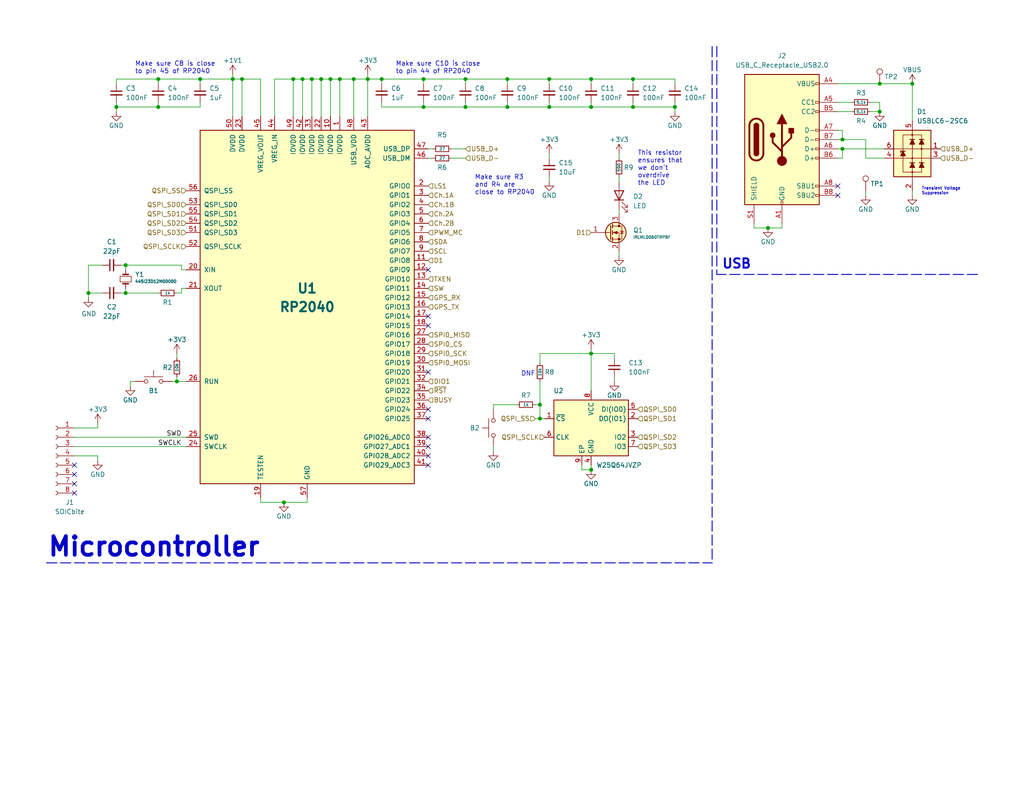
<source format=kicad_sch>
(kicad_sch (version 20230121) (generator eeschema)
  (paper "USLetter")
  (title_block (date "2023-10-18"))
  (lib_symbols
    (symbol "Connector:Conn_01x08_Female" (pin_names (offset 1.016) hide)
      (property "Reference" "J" (at 0 10.16 0))
      (property "Value" "Conn_01x08_Female" (at 0 -12.7 0))
      (symbol "Conn_01x08_Female_1_1"
        (arc (start 0 -9.652) (mid -0.5058 -10.16) (end 0 -10.668) (stroke (width 0.1524)))
        (arc (start 0 -7.112) (mid -0.5058 -7.62) (end 0 -8.128) (stroke (width 0.1524)))
        (arc (start 0 -4.572) (mid -0.5058 -5.08) (end 0 -5.588) (stroke (width 0.1524)))
        (arc (start 0 -2.032) (mid -0.5058 -2.54) (end 0 -3.048) (stroke (width 0.1524)))
        (polyline (pts (xy -1.27 -10.16) (xy -0.508 -10.16)) (stroke (width 0.1524)))
        (polyline (pts (xy -1.27 -7.62) (xy -0.508 -7.62)) (stroke (width 0.1524)))
        (polyline (pts (xy -1.27 -5.08) (xy -0.508 -5.08)) (stroke (width 0.1524)))
        (polyline (pts (xy -1.27 -2.54) (xy -0.508 -2.54)) (stroke (width 0.1524)))
        (polyline (pts (xy -1.27 0) (xy -0.508 0)) (stroke (width 0.1524)))
        (polyline (pts (xy -1.27 2.54) (xy -0.508 2.54)) (stroke (width 0.1524)))
        (polyline (pts (xy -1.27 5.08) (xy -0.508 5.08)) (stroke (width 0.1524)))
        (polyline (pts (xy -1.27 7.62) (xy -0.508 7.62)) (stroke (width 0.1524)))
        (arc (start 0 0.508) (mid -0.5058 0) (end 0 -0.508) (stroke (width 0.1524)))
        (arc (start 0 3.048) (mid -0.5058 2.54) (end 0 2.032) (stroke (width 0.1524)))
        (arc (start 0 5.588) (mid -0.5058 5.08) (end 0 4.572) (stroke (width 0.1524)))
        (arc (start 0 8.128) (mid -0.5058 7.62) (end 0 7.112) (stroke (width 0.1524)))
        (pin passive line (at -5.08 7.62 0) (length 3.81) (name "Pin_1") (number "1"))
        (pin passive line (at -5.08 5.08 0) (length 3.81) (name "Pin_2") (number "2"))
        (pin passive line (at -5.08 2.54 0) (length 3.81) (name "Pin_3") (number "3"))
        (pin passive line (at -5.08 0 0) (length 3.81) (name "Pin_4") (number "4"))
        (pin passive line (at -5.08 -2.54 0) (length 3.81) (name "Pin_5") (number "5"))
        (pin passive line (at -5.08 -5.08 0) (length 3.81) (name "Pin_6") (number "6"))
        (pin passive line (at -5.08 -7.62 0) (length 3.81) (name "Pin_7") (number "7"))
        (pin passive line (at -5.08 -10.16 0) (length 3.81) (name "Pin_8") (number "8"))
      )
    )
    (symbol "Connector:TestPoint" (pin_numbers hide) (pin_names (offset 0.762) hide)
      (property "Reference" "TP" (at 0 6.858 0))
      (property "Value" "TestPoint" (at 0 5.08 0))
      (symbol "TestPoint_0_1"
        (circle (center 0 3.302) (radius 0.762))
      )
      (symbol "TestPoint_1_1"
        (pin passive line (at 0 0 90) (length 2.54) (name "1") (number "1"))
      )
    )
    (symbol "Connector:USB_C_Receptacle_USB2.0" (pin_names (offset 1.016))
      (property "Reference" "J" (at -10.16 19.05 0))
      (property "Value" "USB_C_Receptacle_USB2.0" (at 19.05 19.05 0))
      (symbol "USB_C_Receptacle_USB2.0_0_0"
        (rectangle (start -0.254 -17.78) (end 0.254 -16.764))
        (rectangle (start 10.16 -14.986) (end 9.144 -15.494))
        (rectangle (start 10.16 -12.446) (end 9.144 -12.954))
        (rectangle (start 10.16 -4.826) (end 9.144 -5.334))
        (rectangle (start 10.16 -2.286) (end 9.144 -2.794))
        (rectangle (start 10.16 0.254) (end 9.144 -0.254))
        (rectangle (start 10.16 2.794) (end 9.144 2.286))
        (rectangle (start 10.16 7.874) (end 9.144 7.366))
        (rectangle (start 10.16 10.414) (end 9.144 9.906))
        (rectangle (start 10.16 15.494) (end 9.144 14.986))
      )
      (symbol "USB_C_Receptacle_USB2.0_0_1"
        (rectangle (start -10.16 17.78) (end 10.16 -17.78) (stroke (width 0.254)) (fill (type background)))
        (arc (start -8.89 -3.81) (mid -6.985 -5.7067) (end -5.08 -3.81) (stroke (width 0.508)))
        (arc (start -7.62 -3.81) (mid -6.985 -4.4423) (end -6.35 -3.81) (stroke (width 0.254)))
        (arc (start -7.62 -3.81) (mid -6.985 -4.4423) (end -6.35 -3.81) (stroke (width 0.254)) (fill (type outline)))
        (rectangle (start -7.62 -3.81) (end -6.35 3.81) (stroke (width 0.254)) (fill (type outline)))
        (arc (start -6.35 3.81) (mid -6.985 4.4423) (end -7.62 3.81) (stroke (width 0.254)))
        (arc (start -6.35 3.81) (mid -6.985 4.4423) (end -7.62 3.81) (stroke (width 0.254)) (fill (type outline)))
        (arc (start -5.08 3.81) (mid -6.985 5.7067) (end -8.89 3.81) (stroke (width 0.508)))
        (circle (center -2.54 1.143) (radius 0.635) (stroke (width 0.254)) (fill (type outline)))
        (circle (center 0 -5.842) (radius 1.27) (fill (type outline)))
        (polyline (pts (xy -8.89 -3.81) (xy -8.89 3.81)) (stroke (width 0.508)))
        (polyline (pts (xy -5.08 3.81) (xy -5.08 -3.81)) (stroke (width 0.508)))
        (polyline (pts (xy 0 -5.842) (xy 0 4.318)) (stroke (width 0.508)))
        (polyline (pts (xy 0 -3.302) (xy -2.54 -0.762) (xy -2.54 0.508)) (stroke (width 0.508)))
        (polyline (pts (xy 0 -2.032) (xy 2.54 0.508) (xy 2.54 1.778)) (stroke (width 0.508)))
        (polyline (pts (xy -1.27 4.318) (xy 0 6.858) (xy 1.27 4.318) (xy -1.27 4.318)) (stroke (width 0.254)) (fill (type outline)))
        (rectangle (start 1.905 1.778) (end 3.175 3.048) (stroke (width 0.254)) (fill (type outline)))
      )
      (symbol "USB_C_Receptacle_USB2.0_1_1"
        (pin passive line (at 0 -22.86 90) (length 5.08) (name "GND") (number "A1"))
        (pin passive line (at 0 -22.86 90) (length 5.08) hide (name "GND") (number "A12"))
        (pin passive line (at 15.24 15.24 180) (length 5.08) (name "VBUS") (number "A4"))
        (pin bidirectional line (at 15.24 10.16 180) (length 5.08) (name "CC1") (number "A5"))
        (pin bidirectional line (at 15.24 -2.54 180) (length 5.08) (name "D+") (number "A6"))
        (pin bidirectional line (at 15.24 2.54 180) (length 5.08) (name "D-") (number "A7"))
        (pin bidirectional line (at 15.24 -12.7 180) (length 5.08) (name "SBU1") (number "A8"))
        (pin passive line (at 15.24 15.24 180) (length 5.08) hide (name "VBUS") (number "A9"))
        (pin passive line (at 0 -22.86 90) (length 5.08) hide (name "GND") (number "B1"))
        (pin passive line (at 0 -22.86 90) (length 5.08) hide (name "GND") (number "B12"))
        (pin passive line (at 15.24 15.24 180) (length 5.08) hide (name "VBUS") (number "B4"))
        (pin bidirectional line (at 15.24 7.62 180) (length 5.08) (name "CC2") (number "B5"))
        (pin bidirectional line (at 15.24 -5.08 180) (length 5.08) (name "D+") (number "B6"))
        (pin bidirectional line (at 15.24 0 180) (length 5.08) (name "D-") (number "B7"))
        (pin bidirectional line (at 15.24 -15.24 180) (length 5.08) (name "SBU2") (number "B8"))
        (pin passive line (at 15.24 15.24 180) (length 5.08) hide (name "VBUS") (number "B9"))
        (pin passive line (at -7.62 -22.86 90) (length 5.08) (name "SHIELD") (number "S1"))
      )
    )
    (symbol "Device:C_Small" (pin_numbers hide) (pin_names (offset 0.254) hide)
      (property "Reference" "C" (at 0.254 1.778 0))
      (property "Value" "C_Small" (at 0.254 -2.032 0))
      (symbol "C_Small_0_1"
        (polyline (pts (xy -1.524 -0.508) (xy 1.524 -0.508)) (stroke (width 0.3302)))
        (polyline (pts (xy -1.524 0.508) (xy 1.524 0.508)) (stroke (width 0.3048)))
      )
      (symbol "C_Small_1_1"
        (pin passive line (at 0 2.54 270) (length 2.032) (name "~") (number "1"))
        (pin passive line (at 0 -2.54 90) (length 2.032) (name "~") (number "2"))
      )
    )
    (symbol "Device:Crystal_Small" (pin_numbers hide) (pin_names (offset 1.016) hide)
      (property "Reference" "Y" (at 0 2.54 0))
      (property "Value" "Crystal_Small" (at 0 -2.54 0))
      (symbol "Crystal_Small_0_1"
        (rectangle (start -0.762 -1.524) (end 0.762 1.524))
        (polyline (pts (xy -1.27 -0.762) (xy -1.27 0.762)) (stroke (width 0.381)))
        (polyline (pts (xy 1.27 -0.762) (xy 1.27 0.762)) (stroke (width 0.381)))
      )
      (symbol "Crystal_Small_1_1"
        (pin passive line (at -2.54 0 0) (length 1.27) (name "1") (number "1"))
        (pin passive line (at 2.54 0 180) (length 1.27) (name "2") (number "2"))
      )
    )
    (symbol "Device:LED" (pin_numbers hide) (pin_names (offset 1.016) hide)
      (property "Reference" "D" (at 0 2.54 0))
      (property "Value" "LED" (at 0 -2.54 0))
      (symbol "LED_0_1"
        (polyline (pts (xy -1.27 -1.27) (xy -1.27 1.27)) (stroke (width 0.254)))
        (polyline (pts (xy -1.27 0) (xy 1.27 0)))
        (polyline (pts (xy 1.27 -1.27) (xy 1.27 1.27) (xy -1.27 0) (xy 1.27 -1.27)) (stroke (width 0.254)))
        (polyline (pts (xy -3.048 -0.762) (xy -4.572 -2.286) (xy -3.81 -2.286) (xy -4.572 -2.286) (xy -4.572 -1.524)))
        (polyline (pts (xy -1.778 -0.762) (xy -3.302 -2.286) (xy -2.54 -2.286) (xy -3.302 -2.286) (xy -3.302 -1.524)))
      )
      (symbol "LED_1_1"
        (pin passive line (at -3.81 0 0) (length 2.54) (name "K") (number "1"))
        (pin passive line (at 3.81 0 180) (length 2.54) (name "A") (number "2"))
      )
    )
    (symbol "Device:Q_NMOS_GSD" (pin_names (offset 0) hide)
      (property "Reference" "Q?" (at 6.35 1.2701 0))
      (property "Value" "Q_NMOS_GSD" (at 6.35 -1.2699 0))
      (symbol "Q_NMOS_GSD_0_1"
        (polyline (pts (xy 0.254 0) (xy -2.54 0)))
        (polyline (pts (xy 0.254 1.905) (xy 0.254 -1.905)) (stroke (width 0.254)))
        (polyline (pts (xy 0.762 -1.27) (xy 0.762 -2.286)) (stroke (width 0.254)))
        (polyline (pts (xy 0.762 0.508) (xy 0.762 -0.508)) (stroke (width 0.254)))
        (polyline (pts (xy 0.762 2.286) (xy 0.762 1.27)) (stroke (width 0.254)))
        (polyline (pts (xy 2.54 2.54) (xy 2.54 1.778)))
        (polyline (pts (xy 2.54 -2.54) (xy 2.54 0) (xy 0.762 0)))
        (polyline (pts (xy 0.762 -1.778) (xy 3.302 -1.778) (xy 3.302 1.778) (xy 0.762 1.778)))
        (polyline (pts (xy 1.016 0) (xy 2.032 0.381) (xy 2.032 -0.381) (xy 1.016 0)) (fill (type outline)))
        (polyline (pts (xy 2.794 0.508) (xy 2.921 0.381) (xy 3.683 0.381) (xy 3.81 0.254)))
        (polyline (pts (xy 3.302 0.381) (xy 2.921 -0.254) (xy 3.683 -0.254) (xy 3.302 0.381)))
        (circle (center 1.651 0) (radius 2.794) (stroke (width 0.254)) (fill (type background)))
        (circle (center 2.54 -1.778) (radius 0.254) (fill (type outline)))
        (circle (center 2.54 1.778) (radius 0.254) (fill (type outline)))
      )
      (symbol "Q_NMOS_GSD_1_1"
        (pin input line (at -5.08 0 0) (length 2.54) (name "G") (number "1"))
        (pin passive line (at 2.54 -5.08 90) (length 2.54) (name "S") (number "2"))
        (pin passive line (at 2.54 5.08 270) (length 2.54) (name "D") (number "3"))
      )
    )
    (symbol "Device:R_Small" (pin_numbers hide) (pin_names (offset 0.254) hide)
      (property "Reference" "R" (at 0.762 0.508 0))
      (property "Value" "R_Small" (at 0.762 -1.016 0))
      (symbol "R_Small_0_1"
        (rectangle (start -0.762 1.778) (end 0.762 -1.778) (stroke (width 0.2032)))
      )
      (symbol "R_Small_1_1"
        (pin passive line (at 0 2.54 270) (length 0.762) (name "~") (number "1"))
        (pin passive line (at 0 -2.54 90) (length 0.762) (name "~") (number "2"))
      )
    )
    (symbol "Diode_TVS_AKL:USBLC6-2SC6" (pin_names (offset 1.016) hide)
      (property "Reference" "D" (at 6.35 6.35 0))
      (property "Value" "USBLC6-2SC6" (at 6.35 3.81 0))
      (symbol "USBLC6-2SC6_0_1"
        (rectangle (start -5.08 5.08) (end 5.08 -7.62) (stroke (width 0.254)) (fill (type background)))
        (polyline (pts (xy -5.08 -2.54) (xy 5.08 -2.54)))
        (polyline (pts (xy -5.08 0) (xy 5.08 0)))
        (polyline (pts (xy -2.54 -6.35) (xy -2.54 1.27)))
        (polyline (pts (xy -1.905 -3.81) (xy -3.175 -3.81)) (stroke (width 0.254)))
        (polyline (pts (xy -1.905 2.54) (xy -3.175 2.54)) (stroke (width 0.254)))
        (polyline (pts (xy 0 -8.89) (xy 0 -7.62)))
        (polyline (pts (xy 0 -7.62) (xy 0 -6.35)))
        (polyline (pts (xy 0 -1.27) (xy 0 1.27)))
        (polyline (pts (xy 0 1.27) (xy 0 -3.81)))
        (polyline (pts (xy 0 2.54) (xy 0 3.81)))
        (polyline (pts (xy 0 5.08) (xy 0 3.81)))
        (polyline (pts (xy 0.635 -3.81) (xy -0.635 -3.81)) (stroke (width 0.254)))
        (polyline (pts (xy 0.635 2.54) (xy -0.635 2.54)) (stroke (width 0.254)))
        (polyline (pts (xy 3.175 -0.635) (xy 1.905 -0.635)) (stroke (width 0.254)))
        (polyline (pts (xy -2.54 -6.35) (xy -2.54 -6.35) (xy 2.54 -6.35) (xy 2.54 -3.175)))
        (polyline (pts (xy -2.54 -3.81) (xy -1.905 -5.08) (xy -3.175 -5.08) (xy -2.54 -3.81)) (stroke (width 0.254)) (fill (type outline)))
        (polyline (pts (xy -2.54 2.54) (xy -1.905 1.27) (xy -3.175 1.27) (xy -2.54 2.54)) (stroke (width 0.254)) (fill (type outline)))
        (polyline (pts (xy 0 -3.81) (xy 0.635 -5.08) (xy -0.635 -5.08) (xy 0 -3.81)) (stroke (width 0.254)) (fill (type outline)))
        (polyline (pts (xy 0 2.54) (xy 0.635 1.27) (xy -0.635 1.27) (xy 0 2.54)) (stroke (width 0.254)) (fill (type outline)))
        (polyline (pts (xy 2.54 -0.635) (xy 2.54 3.81) (xy -2.54 3.81) (xy -2.54 2.54)))
        (polyline (pts (xy 2.54 -0.635) (xy 3.175 -1.905) (xy 1.905 -1.905) (xy 2.54 -0.635)) (stroke (width 0.254)) (fill (type outline)))
      )
      (symbol "USBLC6-2SC6_1_1"
        (circle (center -2.54 0) (radius 0.1778) (fill (type outline)))
        (circle (center 0 -6.35) (radius 0.1778) (fill (type outline)))
        (circle (center 0 -2.54) (radius 0.1778) (fill (type outline)))
        (polyline (pts (xy 0 -6.35) (xy 0 -3.81)))
        (polyline (pts (xy 0 0) (xy 0 2.54)))
        (polyline (pts (xy 2.54 -3.175) (xy 2.54 -0.635)))
        (polyline (pts (xy 3.175 -0.635) (xy 3.175 -1.016)) (stroke (width 0.254)))
        (circle (center 0 3.81) (radius 0.1778) (fill (type outline)))
        (pin passive line (at -7.62 0 0) (length 2.54) (name "L1") (number "1"))
        (pin passive line (at 0 -11.43 90) (length 2.54) (name "VN") (number "2"))
        (pin passive line (at -7.62 -2.54 0) (length 2.54) (name "L2") (number "3"))
        (pin passive line (at 7.62 -2.54 180) (length 2.54) (name "L2") (number "4"))
        (pin passive line (at 0 7.62 270) (length 2.54) (name "VP") (number "5"))
        (pin passive line (at 7.62 0 180) (length 2.54) (name "L1") (number "6"))
      )
    )
    (symbol "GND_3" (power) (pin_names (offset 0))
      (property "Value" "GND_3" (at 0 -3.81 0))
      (symbol "GND_3_0_1"
        (polyline (pts (xy 0 0) (xy 0 -1.27) (xy 1.27 -1.27) (xy 0 -2.54) (xy -1.27 -1.27) (xy 0 -1.27)))
      )
      (symbol "GND_3_1_1"
        (pin power_in line (at 0 0 270) (length 0) hide (name "GND") (number "1"))
      )
    )
    (symbol "MCU_RaspberryPi:RP2040" (pin_names (offset 1.016))
      (property "Reference" "U2" (at 0 5.08 0))
      (property "Value" "RP2040" (at 0 0 0))
      (symbol "RP2040_0_1"
        (rectangle (start -29.21 48.26) (end 29.21 -48.26) (stroke (width 0.254)) (fill (type background)))
      )
      (symbol "RP2040_1_1"
        (pin power_in line (at 8.89 52.07 270) (length 3.81) (name "IOVDD") (number "1"))
        (pin power_in line (at 6.35 52.07 270) (length 3.81) (name "IOVDD") (number "10"))
        (pin bidirectional line (at 33.02 12.7 180) (length 3.81) (name "GPIO8") (number "11"))
        (pin bidirectional line (at 33.02 10.16 180) (length 3.81) (name "GPIO9") (number "12"))
        (pin bidirectional line (at 33.02 7.62 180) (length 3.81) (name "GPIO10") (number "13"))
        (pin bidirectional line (at 33.02 5.08 180) (length 3.81) (name "GPIO11") (number "14"))
        (pin bidirectional line (at 33.02 2.54 180) (length 3.81) (name "GPIO12") (number "15"))
        (pin bidirectional line (at 33.02 0 180) (length 3.81) (name "GPIO13") (number "16"))
        (pin bidirectional line (at 33.02 -2.54 180) (length 3.81) (name "GPIO14") (number "17"))
        (pin bidirectional line (at 33.02 -5.08 180) (length 3.81) (name "GPIO15") (number "18"))
        (pin passive line (at -12.7 -52.07 90) (length 3.81) (name "TESTEN") (number "19"))
        (pin bidirectional line (at 33.02 33.02 180) (length 3.81) (name "GPIO0") (number "2"))
        (pin input line (at -33.02 10.16 0) (length 3.81) (name "XIN") (number "20"))
        (pin passive line (at -33.02 5.08 0) (length 3.81) (name "XOUT") (number "21"))
        (pin power_in line (at 3.81 52.07 270) (length 3.81) (name "IOVDD") (number "22"))
        (pin power_in line (at -17.78 52.07 270) (length 3.81) (name "DVDD") (number "23"))
        (pin output line (at -33.02 -38.1 0) (length 3.81) (name "SWCLK") (number "24"))
        (pin bidirectional line (at -33.02 -35.56 0) (length 3.81) (name "SWD") (number "25"))
        (pin input line (at -33.02 -20.32 0) (length 3.81) (name "RUN") (number "26"))
        (pin bidirectional line (at 33.02 -7.62 180) (length 3.81) (name "GPIO16") (number "27"))
        (pin bidirectional line (at 33.02 -10.16 180) (length 3.81) (name "GPIO17") (number "28"))
        (pin bidirectional line (at 33.02 -12.7 180) (length 3.81) (name "GPIO18") (number "29"))
        (pin bidirectional line (at 33.02 30.48 180) (length 3.81) (name "GPIO1") (number "3"))
        (pin bidirectional line (at 33.02 -15.24 180) (length 3.81) (name "GPIO19") (number "30"))
        (pin bidirectional line (at 33.02 -17.78 180) (length 3.81) (name "GPIO20") (number "31"))
        (pin bidirectional line (at 33.02 -20.32 180) (length 3.81) (name "GPIO21") (number "32"))
        (pin power_in line (at 1.27 52.07 270) (length 3.81) (name "IOVDD") (number "33"))
        (pin bidirectional line (at 33.02 -22.86 180) (length 3.81) (name "GPIO22") (number "34"))
        (pin bidirectional line (at 33.02 -25.4 180) (length 3.81) (name "GPIO23") (number "35"))
        (pin bidirectional line (at 33.02 -27.94 180) (length 3.81) (name "GPIO24") (number "36"))
        (pin bidirectional line (at 33.02 -30.48 180) (length 3.81) (name "GPIO25") (number "37"))
        (pin bidirectional line (at 33.02 -35.56 180) (length 3.81) (name "GPIO26_ADC0") (number "38"))
        (pin bidirectional line (at 33.02 -38.1 180) (length 3.81) (name "GPIO27_ADC1") (number "39"))
        (pin bidirectional line (at 33.02 27.94 180) (length 3.81) (name "GPIO2") (number "4"))
        (pin bidirectional line (at 33.02 -40.64 180) (length 3.81) (name "GPIO28_ADC2") (number "40"))
        (pin bidirectional line (at 33.02 -43.18 180) (length 3.81) (name "GPIO29_ADC3") (number "41"))
        (pin power_in line (at -1.27 52.07 270) (length 3.81) (name "IOVDD") (number "42"))
        (pin power_in line (at 16.51 52.07 270) (length 3.81) (name "ADC_AVDD") (number "43"))
        (pin power_in line (at -8.89 52.07 270) (length 3.81) (name "VREG_IN") (number "44"))
        (pin power_out line (at -12.7 52.07 270) (length 3.81) (name "VREG_VOUT") (number "45"))
        (pin bidirectional line (at 33.02 40.64 180) (length 3.81) (name "USB_DM") (number "46"))
        (pin bidirectional line (at 33.02 43.18 180) (length 3.81) (name "USB_DP") (number "47"))
        (pin power_in line (at 12.7 52.07 270) (length 3.81) (name "USB_VDD") (number "48"))
        (pin power_in line (at -3.81 52.07 270) (length 3.81) (name "IOVDD") (number "49"))
        (pin bidirectional line (at 33.02 25.4 180) (length 3.81) (name "GPIO3") (number "5"))
        (pin power_in line (at -20.32 52.07 270) (length 3.81) (name "DVDD") (number "50"))
        (pin bidirectional line (at -33.02 20.32 0) (length 3.81) (name "QSPI_SD3") (number "51"))
        (pin output line (at -33.02 16.51 0) (length 3.81) (name "QSPI_SCLK") (number "52"))
        (pin bidirectional line (at -33.02 27.94 0) (length 3.81) (name "QSPI_SD0") (number "53"))
        (pin bidirectional line (at -33.02 22.86 0) (length 3.81) (name "QSPI_SD2") (number "54"))
        (pin bidirectional line (at -33.02 25.4 0) (length 3.81) (name "QSPI_SD1") (number "55"))
        (pin bidirectional line (at -33.02 31.75 0) (length 3.81) (name "QSPI_SS") (number "56"))
        (pin passive line (at 0 -52.07 90) (length 3.81) (name "GND") (number "57"))
        (pin bidirectional line (at 33.02 22.86 180) (length 3.81) (name "GPIO4") (number "6"))
        (pin bidirectional line (at 33.02 20.32 180) (length 3.81) (name "GPIO5") (number "7"))
        (pin bidirectional line (at 33.02 17.78 180) (length 3.81) (name "GPIO6") (number "8"))
        (pin bidirectional line (at 33.02 15.24 180) (length 3.81) (name "GPIO7") (number "9"))
      )
    )
    (symbol "Memory_Flash:W25Q128JVS"
      (property "Reference" "U4" (at -8.89 10.16 0))
      (property "Value" "W25Q128JVS" (at 7.62 -10.16 0))
      (symbol "W25Q128JVS_0_1"
        (rectangle (start -10.16 7.62) (end 10.16 -7.62) (stroke (width 0.254)) (fill (type background)))
      )
      (symbol "W25Q128JVS_1_1"
        (pin input line (at -12.7 2.54 0) (length 2.54) (name "~{CS}") (number "1"))
        (pin bidirectional line (at 12.7 2.54 180) (length 2.54) (name "DO(IO1)") (number "2"))
        (pin bidirectional line (at 12.7 -2.54 180) (length 2.54) (name "IO2") (number "3"))
        (pin unspecified line (at 0 -10.16 90) (length 2.54) (name "GND") (number "4"))
        (pin bidirectional line (at 12.7 5.08 180) (length 2.54) (name "DI(IO0)") (number "5"))
        (pin input line (at -12.7 -2.54 0) (length 2.54) (name "CLK") (number "6"))
        (pin bidirectional line (at 12.7 -5.08 180) (length 2.54) (name "IO3") (number "7"))
        (pin power_in line (at 0 10.16 270) (length 2.54) (name "VCC") (number "8"))
        (pin unspecified line (at -2.54 -10.16 90) (length 2.54) (name "EP") (number "9"))
      )
    )
    (symbol "Switch:SW_Push" (pin_numbers hide) (pin_names (offset 1.016) hide)
      (property "Reference" "SW" (at 1.27 2.54 0))
      (property "Value" "SW_Push" (at 0 -1.524 0))
      (symbol "SW_Push_0_1"
        (circle (center -2.032 0) (radius 0.508))
        (polyline (pts (xy 0 1.27) (xy 0 3.048)))
        (polyline (pts (xy 2.54 1.27) (xy -2.54 1.27)))
        (circle (center 2.032 0) (radius 0.508))
        (pin passive line (at -5.08 0 0) (length 2.54) (name "1") (number "1"))
        (pin passive line (at 5.08 0 180) (length 2.54) (name "2") (number "2"))
      )
    )
    (symbol "power:+1V1" (power) (pin_names (offset 0))
      (property "Value" "+1V1" (at 0 3.556 0))
      (symbol "+1V1_0_1"
        (polyline (pts (xy -0.762 1.27) (xy 0 2.54)))
        (polyline (pts (xy 0 0) (xy 0 2.54)))
        (polyline (pts (xy 0 2.54) (xy 0.762 1.27)))
      )
      (symbol "+1V1_1_1"
        (pin power_in line (at 0 0 90) (length 0) hide (name "+1V1") (number "1"))
      )
    )
    (symbol "power:+3V3" (power) (pin_names (offset 0))
      (property "Value" "+3V3" (at 0 3.556 0))
      (symbol "+3V3_0_1"
        (polyline (pts (xy -0.762 1.27) (xy 0 2.54)))
        (polyline (pts (xy 0 0) (xy 0 2.54)))
        (polyline (pts (xy 0 2.54) (xy 0.762 1.27)))
      )
      (symbol "+3V3_1_1"
        (pin power_in line (at 0 0 90) (length 0) hide (name "+3V3") (number "1"))
      )
    )
    (symbol "power:GND" (power) (pin_names (offset 0))
      (property "Value" "GND" (at 0 -3.81 0))
      (symbol "GND_0_1"
        (polyline (pts (xy 0 0) (xy 0 -1.27) (xy 1.27 -1.27) (xy 0 -2.54) (xy -1.27 -1.27) (xy 0 -1.27)))
      )
      (symbol "GND_1_1"
        (pin power_in line (at 0 0 270) (length 0) hide (name "GND") (number "1"))
      )
    )
    (symbol "power:VBUS" (power) (pin_names (offset 0))
      (property "Value" "VBUS" (at 0 3.81 0))
      (symbol "VBUS_0_1"
        (polyline (pts (xy -0.762 1.27) (xy 0 2.54)))
        (polyline (pts (xy 0 0) (xy 0 2.54)))
        (polyline (pts (xy 0 2.54) (xy 0.762 1.27)))
      )
      (symbol "VBUS_1_1"
        (pin power_in line (at 0 0 90) (length 0) hide (name "VBUS") (number "1"))
      )
    )
  )
  (junction (at 127 29.21))
  (junction (at 48.26 104.14))
  (junction (at 34.29 72.39))
  (junction (at 248.92 22.86))
  (junction (at 43.18 29.21))
  (junction (at 172.72 29.21))
  (junction (at 161.29 96.52))
  (junction (at 127 21.59))
  (junction (at 115.57 29.21))
  (junction (at 240.03 22.86))
  (junction (at 85.09 21.59))
  (junction (at 161.29 29.21))
  (junction (at 161.29 21.59))
  (junction (at 96.52 21.59))
  (junction (at 138.43 29.21))
  (junction (at 147.32 114.3))
  (junction (at 161.29 128.27))
  (junction (at 149.86 29.21))
  (junction (at 104.14 21.59))
  (junction (at 100.33 21.59))
  (junction (at 54.61 21.59))
  (junction (at 172.72 21.59))
  (junction (at 63.5 21.59))
  (junction (at 87.63 21.59))
  (junction (at 90.17 21.59))
  (junction (at 80.01 21.59))
  (junction (at 43.18 21.59))
  (junction (at 92.71 21.59))
  (junction (at 229.87 38.1))
  (junction (at 147.32 110.49))
  (junction (at 209.55 62.23))
  (junction (at 149.86 21.59))
  (junction (at 115.57 21.59))
  (junction (at 229.87 40.64))
  (junction (at 34.29 80.01))
  (junction (at 138.43 21.59))
  (junction (at 24.13 80.01))
  (junction (at 240.03 30.48))
  (junction (at 31.75 29.21))
  (junction (at 82.55 21.59))
  (junction (at 184.15 29.21))
  (junction (at 77.47 137.16))
  (junction (at 66.04 21.59))
  (no_connect (at 228.6 53.34))
  (no_connect (at 116.84 119.38))
  (no_connect (at 20.32 134.62))
  (no_connect (at 20.32 129.54))
  (no_connect (at 116.84 73.66))
  (no_connect (at 116.84 121.92))
  (no_connect (at 20.32 132.08))
  (no_connect (at 116.84 88.9))
  (no_connect (at 116.84 124.46))
  (no_connect (at 116.84 114.3))
  (no_connect (at 116.84 101.6))
  (no_connect (at 116.84 86.36))
  (no_connect (at 116.84 127))
  (no_connect (at 228.6 50.8))
  (no_connect (at 20.32 127))
  (no_connect (at 116.84 111.76))
  (wire (pts (xy 54.61 22.86) (xy 54.61 21.59)))
  (wire (pts (xy 161.29 96.52) (xy 161.29 106.68)))
  (wire (pts (xy 77.47 137.16) (xy 83.82 137.16)))
  (wire (pts (xy 228.6 22.86) (xy 240.03 22.86)))
  (wire (pts (xy 236.22 38.1) (xy 229.87 38.1)))
  (wire (pts (xy 26.67 124.46) (xy 26.67 125.73)))
  (wire (pts (xy 213.36 60.96) (xy 213.36 62.23)))
  (wire (pts (xy 74.93 21.59) (xy 80.01 21.59)))
  (wire (pts (xy 161.29 127) (xy 161.29 128.27)))
  (wire (pts (xy 158.75 128.27) (xy 161.29 128.27)))
  (wire (pts (xy 24.13 72.39) (xy 27.94 72.39)))
  (wire (pts (xy 184.15 29.21) (xy 184.15 30.48)))
  (wire (pts (xy 168.91 57.15) (xy 168.91 58.42)))
  (wire (pts (xy 167.64 97.79) (xy 167.64 96.52)))
  (wire (pts (xy 116.84 43.18) (xy 118.11 43.18)))
  (wire (pts (xy 149.86 27.94) (xy 149.86 29.21)))
  (wire (pts (xy 34.29 78.74) (xy 34.29 80.01)))
  (wire (pts (xy 237.49 30.48) (xy 240.03 30.48)))
  (wire (pts (xy 31.75 27.94) (xy 31.75 29.21)))
  (wire (pts (xy 149.86 48.26) (xy 149.86 49.53)))
  (wire (pts (xy 138.43 29.21) (xy 149.86 29.21)))
  (wire (pts (xy 71.12 137.16) (xy 71.12 135.89)))
  (wire (pts (xy 100.33 21.59) (xy 100.33 31.75)))
  (wire (pts (xy 34.29 73.66) (xy 34.29 72.39)))
  (wire (pts (xy 26.67 124.46) (xy 20.32 124.46)))
  (wire (pts (xy 71.12 31.75) (xy 71.12 21.59)))
  (wire (pts (xy 26.67 116.84) (xy 20.32 116.84)))
  (wire (pts (xy 168.91 48.26) (xy 168.91 49.53)))
  (wire (pts (xy 127 27.94) (xy 127 29.21)))
  (wire (pts (xy 147.32 110.49) (xy 147.32 114.3)))
  (wire (pts (xy 71.12 21.59) (xy 66.04 21.59)))
  (wire (pts (xy 100.33 20.32) (xy 100.33 21.59)))
  (wire (pts (xy 26.67 116.84) (xy 26.67 115.57)))
  (wire (pts (xy 168.91 68.58) (xy 168.91 69.85)))
  (wire (pts (xy 229.87 38.1) (xy 228.6 38.1)))
  (wire (pts (xy 35.56 105.41) (xy 35.56 104.14)))
  (wire (pts (xy 43.18 21.59) (xy 54.61 21.59)))
  (wire (pts (xy 229.87 40.64) (xy 229.87 43.18)))
  (polyline (pts (xy 194.31 12.7) (xy 194.31 153.67)) (stroke (width 0.254) (type dash)))
  (wire (pts (xy 33.02 80.01) (xy 34.29 80.01)))
  (wire (pts (xy 146.05 110.49) (xy 147.32 110.49)))
  (wire (pts (xy 48.26 104.14) (xy 48.26 102.87)))
  (polyline (pts (xy 12.7 153.67) (xy 194.31 153.67)) (stroke (width 0.254) (type dash)))
  (wire (pts (xy 87.63 31.75) (xy 87.63 21.59)))
  (wire (pts (xy 31.75 22.86) (xy 31.75 21.59)))
  (wire (pts (xy 34.29 72.39) (xy 33.02 72.39)))
  (wire (pts (xy 50.8 78.74) (xy 49.53 78.74)))
  (wire (pts (xy 127 29.21) (xy 138.43 29.21)))
  (wire (pts (xy 43.18 22.86) (xy 43.18 21.59)))
  (wire (pts (xy 228.6 35.56) (xy 229.87 35.56)))
  (wire (pts (xy 240.03 27.94) (xy 237.49 27.94)))
  (wire (pts (xy 54.61 21.59) (xy 63.5 21.59)))
  (wire (pts (xy 240.03 30.48) (xy 240.03 27.94)))
  (wire (pts (xy 184.15 21.59) (xy 172.72 21.59)))
  (wire (pts (xy 236.22 52.07) (xy 236.22 53.34)))
  (wire (pts (xy 24.13 80.01) (xy 27.94 80.01)))
  (wire (pts (xy 123.19 43.18) (xy 127 43.18)))
  (wire (pts (xy 104.14 21.59) (xy 104.14 22.86)))
  (wire (pts (xy 161.29 29.21) (xy 172.72 29.21)))
  (wire (pts (xy 66.04 21.59) (xy 63.5 21.59)))
  (wire (pts (xy 49.53 73.66) (xy 49.53 72.39)))
  (wire (pts (xy 149.86 21.59) (xy 149.86 22.86)))
  (wire (pts (xy 66.04 31.75) (xy 66.04 21.59)))
  (wire (pts (xy 149.86 41.91) (xy 149.86 43.18)))
  (wire (pts (xy 172.72 21.59) (xy 161.29 21.59)))
  (wire (pts (xy 149.86 21.59) (xy 138.43 21.59)))
  (wire (pts (xy 172.72 29.21) (xy 184.15 29.21)))
  (wire (pts (xy 31.75 29.21) (xy 31.75 30.48)))
  (wire (pts (xy 134.62 121.92) (xy 134.62 123.19)))
  (wire (pts (xy 24.13 72.39) (xy 24.13 80.01)))
  (wire (pts (xy 87.63 21.59) (xy 90.17 21.59)))
  (wire (pts (xy 82.55 31.75) (xy 82.55 21.59)))
  (polyline (pts (xy 266.7 74.93) (xy 195.58 74.93)) (stroke (width 0.254) (type dash)))
  (wire (pts (xy 20.32 121.92) (xy 50.8 121.92)))
  (wire (pts (xy 172.72 21.59) (xy 172.72 22.86)))
  (wire (pts (xy 48.26 104.14) (xy 50.8 104.14)))
  (wire (pts (xy 24.13 80.01) (xy 24.13 81.28)))
  (wire (pts (xy 149.86 29.21) (xy 161.29 29.21)))
  (wire (pts (xy 31.75 29.21) (xy 43.18 29.21)))
  (wire (pts (xy 172.72 27.94) (xy 172.72 29.21)))
  (wire (pts (xy 116.84 40.64) (xy 118.11 40.64)))
  (wire (pts (xy 147.32 104.14) (xy 147.32 110.49)))
  (wire (pts (xy 228.6 30.48) (xy 232.41 30.48)))
  (wire (pts (xy 213.36 62.23) (xy 209.55 62.23)))
  (wire (pts (xy 228.6 27.94) (xy 232.41 27.94)))
  (wire (pts (xy 158.75 127) (xy 158.75 128.27)))
  (wire (pts (xy 85.09 31.75) (xy 85.09 21.59)))
  (wire (pts (xy 104.14 27.94) (xy 104.14 29.21)))
  (wire (pts (xy 127 21.59) (xy 138.43 21.59)))
  (wire (pts (xy 54.61 27.94) (xy 54.61 29.21)))
  (wire (pts (xy 96.52 31.75) (xy 96.52 21.59)))
  (wire (pts (xy 31.75 21.59) (xy 43.18 21.59)))
  (wire (pts (xy 34.29 72.39) (xy 49.53 72.39)))
  (wire (pts (xy 205.74 62.23) (xy 209.55 62.23)))
  (wire (pts (xy 138.43 21.59) (xy 138.43 22.86)))
  (wire (pts (xy 123.19 40.64) (xy 127 40.64)))
  (wire (pts (xy 49.53 78.74) (xy 49.53 80.01)))
  (wire (pts (xy 43.18 29.21) (xy 54.61 29.21)))
  (wire (pts (xy 146.05 114.3) (xy 147.32 114.3)))
  (wire (pts (xy 134.62 110.49) (xy 134.62 111.76)))
  (wire (pts (xy 229.87 35.56) (xy 229.87 38.1)))
  (wire (pts (xy 248.92 22.86) (xy 248.92 33.02)))
  (wire (pts (xy 229.87 43.18) (xy 228.6 43.18)))
  (wire (pts (xy 80.01 31.75) (xy 80.01 21.59)))
  (wire (pts (xy 167.64 102.87) (xy 167.64 104.14)))
  (wire (pts (xy 228.6 40.64) (xy 229.87 40.64)))
  (wire (pts (xy 248.92 52.07) (xy 248.92 53.34)))
  (wire (pts (xy 184.15 22.86) (xy 184.15 21.59)))
  (wire (pts (xy 147.32 96.52) (xy 161.29 96.52)))
  (polyline (pts (xy 195.58 12.7) (xy 195.58 74.93)) (stroke (width 0.254) (type dash)))
  (wire (pts (xy 115.57 22.86) (xy 115.57 21.59)))
  (wire (pts (xy 35.56 104.14) (xy 36.83 104.14)))
  (wire (pts (xy 161.29 21.59) (xy 161.29 22.86)))
  (wire (pts (xy 184.15 27.94) (xy 184.15 29.21)))
  (wire (pts (xy 48.26 96.52) (xy 48.26 97.79)))
  (wire (pts (xy 50.8 73.66) (xy 49.53 73.66)))
  (wire (pts (xy 20.32 119.38) (xy 50.8 119.38)))
  (wire (pts (xy 83.82 135.89) (xy 83.82 137.16)))
  (wire (pts (xy 104.14 21.59) (xy 115.57 21.59)))
  (wire (pts (xy 92.71 21.59) (xy 92.71 31.75)))
  (wire (pts (xy 104.14 29.21) (xy 115.57 29.21)))
  (wire (pts (xy 115.57 29.21) (xy 127 29.21)))
  (wire (pts (xy 161.29 95.25) (xy 161.29 96.52)))
  (wire (pts (xy 167.64 96.52) (xy 161.29 96.52)))
  (wire (pts (xy 115.57 21.59) (xy 127 21.59)))
  (wire (pts (xy 63.5 20.32) (xy 63.5 21.59)))
  (wire (pts (xy 147.32 96.52) (xy 147.32 99.06)))
  (wire (pts (xy 46.99 104.14) (xy 48.26 104.14)))
  (wire (pts (xy 127 22.86) (xy 127 21.59)))
  (wire (pts (xy 63.5 21.59) (xy 63.5 31.75)))
  (wire (pts (xy 82.55 21.59) (xy 85.09 21.59)))
  (wire (pts (xy 147.32 114.3) (xy 148.59 114.3)))
  (wire (pts (xy 92.71 21.59) (xy 96.52 21.59)))
  (wire (pts (xy 161.29 21.59) (xy 149.86 21.59)))
  (wire (pts (xy 138.43 27.94) (xy 138.43 29.21)))
  (wire (pts (xy 90.17 31.75) (xy 90.17 21.59)))
  (wire (pts (xy 85.09 21.59) (xy 87.63 21.59)))
  (wire (pts (xy 100.33 21.59) (xy 104.14 21.59)))
  (wire (pts (xy 229.87 40.64) (xy 241.3 40.64)))
  (wire (pts (xy 134.62 110.49) (xy 140.97 110.49)))
  (wire (pts (xy 115.57 29.21) (xy 115.57 27.94)))
  (wire (pts (xy 96.52 21.59) (xy 100.33 21.59)))
  (wire (pts (xy 48.26 80.01) (xy 49.53 80.01)))
  (wire (pts (xy 168.91 41.91) (xy 168.91 43.18)))
  (wire (pts (xy 161.29 27.94) (xy 161.29 29.21)))
  (wire (pts (xy 43.18 29.21) (xy 43.18 27.94)))
  (wire (pts (xy 90.17 21.59) (xy 92.71 21.59)))
  (wire (pts (xy 80.01 21.59) (xy 82.55 21.59)))
  (wire (pts (xy 74.93 31.75) (xy 74.93 21.59)))
  (wire (pts (xy 205.74 60.96) (xy 205.74 62.23)))
  (wire (pts (xy 77.47 137.16) (xy 71.12 137.16)))
  (wire (pts (xy 236.22 43.18) (xy 241.3 43.18)))
  (wire (pts (xy 240.03 22.86) (xy 248.92 22.86)))
  (wire (pts (xy 236.22 38.1) (xy 236.22 43.18)))
  (wire (pts (xy 34.29 80.01) (xy 43.18 80.01)))
  (text "USB" (at 196.85 73.66 0) (effects (font (size 2.54 2.54) (thickness 0.508) bold) (justify left bottom)))
  (text "Make sure C8 is close \nto pin 45 of RP2040" (at 36.83 20.32 0) (effects (font (size 1.27 1.27)) (justify left bottom)))
  (text "Make sure C10 is close \nto pin 44 of RP2040" (at 107.95 20.32 0) (effects (font (size 1.27 1.27)) (justify left bottom)))
  (text "Microcontroller" (at 12.7 152.4 0) (effects (font (size 5.08 5.08) (thickness 1.016) bold) (justify left bottom)))
  (text "Transient Voltage\nSuppression" (at 251.46 53.34 0) (effects (font (size 0.8 0.8)) (justify left bottom)))
  (text "Make sure R3 \nand R4 are \nclose to RP2040" (at 129.54 53.34 0) (effects (font (size 1.27 1.27)) (justify left bottom)))
  (text "This resistor \nensures that \nwe don't \noverdrive \nthe LED" (at 173.99 50.8 0) (effects (font (size 1.27 1.27)) (justify left bottom)))
  (text "DNF" (at 146.05 102.87 0) (effects (font (size 1.27 1.27)) (justify right bottom)))
  (label "SWCLK" (at 49.53 121.92 180))
  (label "SWD" (at 49.53 119.38 180))
  (hierarchical_label "SW" (shape input) (at 116.84 78.74 0))
  (hierarchical_label "SDA" (shape input) (at 116.84 66.04 0))
  (hierarchical_label "USB_D+" (shape input) (at 127 40.64 0))
  (hierarchical_label "SPI0_SCK" (shape input) (at 116.84 96.52 0))
  (hierarchical_label "DIO1" (shape input) (at 116.84 104.14 0))
  (hierarchical_label "LS1" (shape input) (at 116.84 50.8 0))
  (hierarchical_label "QSPI_SD2" (shape input) (at 173.99 119.38 0))
  (hierarchical_label "QSPI_SS" (shape input) (at 146.05 114.3 180))
  (hierarchical_label "BUSY" (shape input) (at 116.84 109.22 0))
  (hierarchical_label "QSPI_SD0" (shape input) (at 50.8 55.88 180))
  (hierarchical_label "QSPI_SCLK" (shape input) (at 148.59 119.38 180))
  (hierarchical_label "D1" (shape input) (at 161.29 63.5 180))
  (hierarchical_label "QSPI_SD3" (shape input) (at 173.99 121.92 0))
  (hierarchical_label "QSPI_SD1" (shape input) (at 50.8 58.42 180))
  (hierarchical_label "GPS_TX" (shape input) (at 116.84 83.82 0))
  (hierarchical_label "USB_D-" (shape input) (at 127 43.18 0))
  (hierarchical_label "Ch.1A" (shape input) (at 116.84 53.34 0))
  (hierarchical_label "Ch.2B" (shape input) (at 116.84 60.96 0))
  (hierarchical_label "QSPI_SD3" (shape input) (at 50.8 63.5 180))
  (hierarchical_label "QSPI_SD2" (shape input) (at 50.8 60.96 180))
  (hierarchical_label "QSPI_SD0" (shape input) (at 173.99 111.76 0))
  (hierarchical_label "~{RST}" (shape input) (at 116.84 106.68 0))
  (hierarchical_label "D1" (shape input) (at 116.84 71.12 0))
  (hierarchical_label "SPI0_MISO" (shape input) (at 116.84 91.44 0))
  (hierarchical_label "QSPI_SS" (shape input) (at 50.8 52.07 180))
  (hierarchical_label "SPI0_CS" (shape input) (at 116.84 93.98 0))
  (hierarchical_label "Ch.1B" (shape input) (at 116.84 55.88 0))
  (hierarchical_label "SCL" (shape input) (at 116.84 68.58 0))
  (hierarchical_label "Ch.2A" (shape input) (at 116.84 58.42 0))
  (hierarchical_label "GPS_RX" (shape input) (at 116.84 81.28 0))
  (hierarchical_label "SPI0_MOSI" (shape input) (at 116.84 99.06 0))
  (hierarchical_label "QSPI_SD1" (shape input) (at 173.99 114.3 0))
  (hierarchical_label "TXEN" (shape input) (at 116.84 76.2 0))
  (hierarchical_label "QSPI_SCLK" (shape input) (at 50.8 67.31 180))
  (hierarchical_label "USB_D+" (shape input) (at 256.54 40.64 0))
  (hierarchical_label "USB_D-" (shape input) (at 256.54 43.18 0))
  (hierarchical_label "PWM_MC" (shape input) (at 116.84 63.5 0))
  (symbol (lib_id "power:GND") (at 161.29 128.27 0) (unit 1)
    (property "Reference" "#PWR022" (effects hide))
    (property "Value" "GND" (at 161.29 132.08 0))
  )
  (symbol (lib_id "Device:Crystal_Small") (at 34.29 76.2 90) (unit 1)
    (property "Reference" "Y1" (at 36.83 74.93 90) (effects (justify right)))
    (property "Value" "445I23D12M00000" (at 36.83 76.8351 90) (effects (font (size 0.8 0.8)) (justify right)))
    (property "Footprint" "Crystal:Crystal_SMD_5032-2Pin_5.0x3.2mm" (effects hide))
  )
  (symbol (lib_id "Device:R_Small") (at 143.51 110.49 90) (unit 1)
    (property "Reference" "R7" (at 143.51 107.95 90))
    (property "Value" "1k" (at 143.51 110.49 90) (effects (font (size 0.8 0.8))))
    (property "Footprint" "Resistor_SMD:R_0402_1005Metric" (effects hide))
  )
  (symbol (lib_id "Device:C_Small") (at 104.14 25.4 0) (unit 1)
    (property "Reference" "C6" (at 106.68 24.13 0) (effects (justify left)))
    (property "Value" "1uF" (at 106.68 26.67 0) (effects (justify left)))
    (property "Footprint" "Capacitor_SMD:C_0402_1005Metric" (effects hide))
  )
  (symbol (lib_id "Device:R_Small") (at 147.32 101.6 0) (unit 1)
    (property "Reference" "R8" (at 148.59 101.6 0) (effects (justify left)))
    (property "Value" "10k" (at 147.32 101.6 90) (effects (font (size 0.8 0.8))))
    (property "Footprint" "Resistor_SMD:R_0402_1005Metric" (effects hide))
  )
  (symbol (lib_id "power:GND") (at 248.92 53.34 0) (unit 1)
    (property "Reference" "#PWR012" (effects hide))
    (property "Value" "GND" (at 248.92 57.15 0))
  )
  (symbol (lib_id "power:+3V3") (at 149.86 41.91 0) (unit 1)
    (property "Reference" "#PWR028" (effects hide))
    (property "Value" "+3V3" (at 149.86 38.1 0))
  )
  (symbol (lib_id "Device:C_Small") (at 31.75 25.4 0) (unit 1)
    (property "Reference" "C3" (at 34.29 24.13 0) (effects (justify left)))
    (property "Value" "100nF" (at 34.29 26.67 0) (effects (justify left)))
    (property "Footprint" "Capacitor_SMD:C_0402_1005Metric" (effects hide))
  )
  (symbol (lib_id "Switch:SW_Push") (at 134.62 116.84 90) (unit 1)
    (property "Reference" "B2" (at 129.54 116.84 90))
    (property "Value" "KMR2" (effects hide))
    (property "Footprint" "Button_Switch_SMD:SW_Push_1P1T_NO_CK_KMR2" (effects hide))
  )
  (symbol (lib_id "Switch:SW_Push") (at 41.91 104.14 0) (unit 1)
    (property "Reference" "B1" (at 41.91 106.68 0))
    (property "Value" "KMR2" (effects hide))
    (property "Footprint" "Button_Switch_SMD:SW_Push_1P1T_NO_CK_KMR2" (effects hide))
  )
  (symbol (lib_id "power:GND") (at 26.67 125.73 0) (mirror y) (unit 1)
    (property "Reference" "#PWR03" (effects hide))
    (property "Value" "GND" (at 26.67 129.54 0))
  )
  (symbol (lib_id "Connector:TestPoint") (at 236.22 52.07 0) (unit 1)
    (property "Reference" "TP1" (at 237.49 50.165 0) (effects (justify left)))
    (property "Value" "TestPoint" (effects hide))
    (property "Footprint" "TestPoint:TestPoint_Pad_D1.0mm" (effects hide))
  )
  (symbol (lib_id "power:+1V1") (at 63.5 20.32 0) (unit 1)
    (property "Reference" "#PWR010" (effects hide))
    (property "Value" "+1V1" (at 63.5 16.51 0))
  )
  (symbol (lib_id "power:GND") (at 35.56 105.41 0) (unit 1)
    (property "Reference" "#PWR06" (effects hide))
    (property "Value" "GND" (at 35.56 109.22 0))
  )
  (symbol (lib_id "Device:R_Small") (at 120.65 40.64 90) (unit 1)
    (property "Reference" "R5" (at 120.65 36.83 90))
    (property "Value" "27" (at 120.65 40.64 90) (effects (font (size 0.8 0.8))))
    (property "Footprint" "Resistor_SMD:R_0402_1005Metric" (effects hide))
  )
  (symbol (lib_id "Connector:USB_C_Receptacle_USB2.0") (at 213.36 38.1 0) (unit 1)
    (property "Reference" "J2" (at 213.36 15.24 0))
    (property "Value" "USB_C_Receptacle_USB2.0" (at 213.36 17.78 0))
    (property "Footprint" "Connector_USB:USB_C_Receptacle_GCT_USB4105-xx-A_16P_TopMnt_Horizontal" (effects hide))
    (property "Datasheet" "https://www.usb.org/sites/default/files/documents/usb_type-c.zip" (effects hide))
  )
  (symbol (lib_id "Device:R_Small") (at 48.26 100.33 0) (unit 1)
    (property "Reference" "R2" (at 45.72 100.33 0))
    (property "Value" "10k" (at 48.26 100.33 90) (effects (font (size 0.8 0.8))))
    (property "Footprint" "Resistor_SMD:R_0402_1005Metric" (effects hide))
  )
  (symbol (lib_id "Device:C_Small") (at 149.86 45.72 0) (unit 1)
    (property "Reference" "C15" (at 152.4 44.45 0) (effects (justify left)))
    (property "Value" "10uF" (at 152.4 46.99 0) (effects (justify left)))
    (property "Footprint" "Capacitor_SMD:C_0603_1608Metric" (effects hide))
  )
  (symbol (lib_id "Device:C_Small") (at 43.18 25.4 0) (unit 1)
    (property "Reference" "C4" (at 45.72 24.13 0) (effects (justify left)))
    (property "Value" "100nF" (at 45.72 26.67 0) (effects (justify left)))
    (property "Footprint" "Capacitor_SMD:C_0402_1005Metric" (effects hide))
  )
  (symbol (lib_id "Device:Q_NMOS_GSD") (at 166.37 63.5 0) (unit 1)
    (property "Reference" "Q1" (at 172.72 62.865 0) (effects (justify left)))
    (property "Value" "IRLML0060TRPBF" (at 172.72 64.77 0) (effects (font (size 0.8 0.8)) (justify left)))
    (property "Footprint" "Package_TO_SOT_SMD:SOT-23-3" (effects hide))
  )
  (symbol (lib_id "Device:R_Small") (at 234.95 27.94 90) (unit 1)
    (property "Reference" "R3" (at 234.95 25.4 90))
    (property "Value" "5.1k" (at 234.95 27.94 90) (effects (font (size 0.8 0.8))))
    (property "Footprint" "Resistor_SMD:R_0402_1005Metric" (effects hide))
  )
  (symbol (lib_id "Device:C_Small") (at 149.86 25.4 0) (unit 1)
    (property "Reference" "C10" (at 152.4 24.13 0) (effects (justify left)))
    (property "Value" "100nF" (at 152.4 26.67 0) (effects (justify left)))
    (property "Footprint" "Capacitor_SMD:C_0402_1005Metric" (effects hide))
  )
  (symbol (lib_id "Device:C_Small") (at 30.48 72.39 90) (unit 1)
    (property "Reference" "C1" (at 30.4863 66.04 90))
    (property "Value" "22pF" (at 30.4863 68.58 90))
    (property "Footprint" "Capacitor_SMD:C_0603_1608Metric" (effects hide))
  )
  (symbol (lib_id "power:+3V3") (at 48.26 96.52 0) (unit 1)
    (property "Reference" "#PWR07" (effects hide))
    (property "Value" "+3V3" (at 48.26 92.71 0))
  )
  (symbol (lib_id "Device:R_Small") (at 45.72 80.01 90) (unit 1)
    (property "Reference" "R1" (at 45.72 82.55 90))
    (property "Value" "1k" (at 45.72 80.01 90) (effects (font (size 0.8 0.8))))
    (property "Footprint" "Resistor_SMD:R_0402_1005Metric" (effects hide))
  )
  (symbol (lib_id "Device:C_Small") (at 138.43 25.4 0) (unit 1)
    (property "Reference" "C9" (at 140.97 24.13 0) (effects (justify left)))
    (property "Value" "100nF" (at 140.97 26.67 0) (effects (justify left)))
    (property "Footprint" "Capacitor_SMD:C_0402_1005Metric" (effects hide))
  )
  (symbol (lib_id "power:GND") (at 240.03 30.48 0) (unit 1)
    (property "Reference" "#PWR09" (effects hide))
    (property "Value" "GND" (at 240.03 34.29 0))
  )
  (symbol (lib_id "Device:LED") (at 168.91 53.34 90) (unit 1)
    (property "Reference" "D2" (at 172.72 53.6574 90) (effects (justify right)))
    (property "Value" "LED" (at 172.72 56.1974 90) (effects (justify right)))
    (property "Footprint" "Diode_SMD:D_0603_1608Metric_Pad1.05x0.95mm_HandSolder" (effects hide))
  )
  (symbol (lib_name "GND_3") (lib_id "power:GND") (at 209.55 62.23 0) (unit 1)
    (property "Reference" "#PWR04" (effects hide))
    (property "Value" "GND" (at 209.55 66.04 0))
  )
  (symbol (lib_id "power:GND") (at 31.75 30.48 0) (unit 1)
    (property "Reference" "#PWR05" (effects hide))
    (property "Value" "GND" (at 31.75 34.29 0))
  )
  (symbol (lib_id "Device:C_Small") (at 54.61 25.4 0) (unit 1)
    (property "Reference" "C5" (at 57.15 24.13 0) (effects (justify left)))
    (property "Value" "1uF" (at 57.15 26.67 0) (effects (justify left)))
    (property "Footprint" "Capacitor_SMD:C_0402_1005Metric" (effects hide))
  )
  (symbol (lib_id "Device:R_Small") (at 234.95 30.48 90) (unit 1)
    (property "Reference" "R4" (at 234.95 33.02 90))
    (property "Value" "5.1k" (at 234.95 30.48 90) (effects (font (size 0.8 0.8))))
    (property "Footprint" "Resistor_SMD:R_0402_1005Metric" (effects hide))
  )
  (symbol (lib_id "Device:C_Small") (at 184.15 25.4 0) (unit 1)
    (property "Reference" "C14" (at 186.69 24.13 0) (effects (justify left)))
    (property "Value" "100nF" (at 186.69 26.67 0) (effects (justify left)))
    (property "Footprint" "Capacitor_SMD:C_0402_1005Metric" (effects hide))
  )
  (symbol (lib_id "Device:C_Small") (at 30.48 80.01 90) (unit 1)
    (property "Reference" "C2" (at 30.48 83.82 90))
    (property "Value" "22pF" (at 30.48 86.36 90))
    (property "Footprint" "Capacitor_SMD:C_0603_1608Metric" (effects hide))
  )
  (symbol (lib_id "Connector:Conn_01x08_Female") (at 15.24 124.46 0) (mirror y) (unit 1)
    (property "Reference" "J1" (at 19.05 137.16 0))
    (property "Value" "SOICbite" (at 19.05 139.7 0))
    (property "Footprint" "Rudolph_Lib:SOIC_clipProgSmall" (effects hide))
  )
  (symbol (lib_id "Device:C_Small") (at 161.29 25.4 0) (unit 1)
    (property "Reference" "C11" (at 163.83 24.13 0) (effects (justify left)))
    (property "Value" "100nF" (at 163.83 26.67 0) (effects (justify left)))
    (property "Footprint" "Capacitor_SMD:C_0402_1005Metric" (effects hide))
  )
  (symbol (lib_id "Device:C_Small") (at 167.64 100.33 0) (unit 1)
    (property "Reference" "C13" (at 171.45 99.0662 0) (effects (justify left)))
    (property "Value" "100nF" (at 171.45 101.6062 0) (effects (justify left)))
    (property "Footprint" "Capacitor_SMD:C_0402_1005Metric" (effects hide))
  )
  (symbol (lib_id "power:GND") (at 184.15 30.48 0) (unit 1)
    (property "Reference" "#PWR025" (effects hide))
    (property "Value" "GND" (at 184.15 34.29 0))
  )
  (symbol (lib_id "power:GND") (at 77.47 137.16 0) (unit 1)
    (property "Reference" "#PWR013" (effects hide))
    (property "Value" "GND" (at 77.47 140.97 0))
  )
  (symbol (lib_id "Device:R_Small") (at 168.91 45.72 0) (unit 1)
    (property "Reference" "R9" (at 170.18 45.72 0) (effects (justify left)))
    (property "Value" "590" (at 168.91 45.72 90) (effects (font (size 0.8 0.8))))
    (property "Footprint" "Resistor_SMD:R_0603_1608Metric" (effects hide))
  )
  (symbol (lib_id "power:GND") (at 236.22 53.34 0) (unit 1)
    (property "Reference" "#PWR08" (effects hide))
    (property "Value" "GND" (at 236.22 57.15 0))
  )
  (symbol (lib_id "power:GND") (at 168.91 69.85 0) (unit 1)
    (property "Reference" "#PWR020" (effects hide))
    (property "Value" "GND" (at 168.91 73.66 0))
  )
  (symbol (lib_id "power:+3V3") (at 100.33 20.32 0) (unit 1)
    (property "Reference" "#PWR014" (effects hide))
    (property "Value" "+3V3" (at 100.33 16.51 0))
  )
  (symbol (lib_id "MCU_RaspberryPi:RP2040") (at 83.82 83.82 0) (unit 1)
    (property "Reference" "U1" (at 83.82 78.74 0) (effects (font (size 2.54 2.54) bold)))
    (property "Value" "RP2040" (at 83.82 83.82 0) (effects (font (size 2.54 2.54) bold)))
    (property "Footprint" "Rudolph_Lib:RP2040-QFN-56" (effects hide))
  )
  (symbol (lib_id "power:GND") (at 24.13 81.28 0) (unit 1)
    (property "Reference" "#PWR01" (effects hide))
    (property "Value" "GND" (at 24.257 85.6742 0))
  )
  (symbol (lib_id "power:VBUS") (at 248.92 22.86 0) (unit 1)
    (property "Reference" "#PWR011" (effects hide))
    (property "Value" "VBUS" (at 248.92 19.05 0))
  )
  (symbol (lib_id "power:+3V3") (at 26.67 115.57 0) (mirror y) (unit 1)
    (property "Reference" "#PWR02" (effects hide))
    (property "Value" "+3V3" (at 26.67 111.76 0))
  )
  (symbol (lib_id "power:+3V3") (at 168.91 41.91 0) (unit 1)
    (property "Reference" "#PWR019" (effects hide))
    (property "Value" "+3V3" (at 168.91 38.1 0))
  )
  (symbol (lib_id "Device:C_Small") (at 115.57 25.4 0) (unit 1)
    (property "Reference" "C7" (at 118.11 24.13 0) (effects (justify left)))
    (property "Value" "100nF" (at 118.11 26.67 0) (effects (justify left)))
    (property "Footprint" "Capacitor_SMD:C_0402_1005Metric" (effects hide))
  )
  (symbol (lib_id "Device:C_Small") (at 127 25.4 0) (unit 1)
    (property "Reference" "C8" (at 129.54 24.13 0) (effects (justify left)))
    (property "Value" "100nF" (at 129.54 26.67 0) (effects (justify left)))
    (property "Footprint" "Capacitor_SMD:C_0402_1005Metric" (effects hide))
  )
  (symbol (lib_id "power:GND") (at 134.62 123.19 0) (unit 1)
    (property "Reference" "#PWR015" (effects hide))
    (property "Value" "GND" (at 134.62 127 0))
  )
  (symbol (lib_id "Connector:TestPoint") (at 240.03 22.86 0) (unit 1)
    (property "Reference" "TP2" (at 241.3 20.955 0) (effects (justify left)))
    (property "Value" "TestPoint" (effects hide))
    (property "Footprint" "TestPoint:TestPoint_Pad_D1.0mm" (effects hide))
  )
  (symbol (lib_id "power:GND") (at 167.64 104.14 0) (unit 1)
    (property "Reference" "#PWR023" (effects hide))
    (property "Value" "GND" (at 167.64 107.95 0))
  )
  (symbol (lib_id "Memory_Flash:W25Q128JVS") (at 161.29 116.84 0) (unit 1)
    (property "Reference" "U2" (at 152.4 106.68 0))
    (property "Value" "W25Q64JVZP" (at 168.91 127 0))
    (property "Footprint" "Rudolph_Lib:W25Q64JVZP" (effects hide))
    (property "Datasheet" "http://www.winbond.com/resource-files/w25q128jv_dtr%20revc%2003272018%20plus.pdf" (effects hide))
  )
  (symbol (lib_id "power:+3V3") (at 161.29 95.25 0) (unit 1)
    (property "Reference" "#PWR021" (effects hide))
    (property "Value" "+3V3" (at 161.29 91.44 0))
  )
  (symbol (lib_id "Device:C_Small") (at 172.72 25.4 0) (unit 1)
    (property "Reference" "C12" (at 175.26 24.13 0) (effects (justify left)))
    (property "Value" "100nF" (at 175.26 26.67 0) (effects (justify left)))
    (property "Footprint" "Capacitor_SMD:C_0402_1005Metric" (effects hide))
  )
  (symbol (lib_id "Diode_TVS_AKL:USBLC6-2SC6") (at 248.92 40.64 0) (mirror y) (unit 1)
    (property "Reference" "D1" (at 250.19 30.48 0) (effects (justify right)))
    (property "Value" "USBLC6-2SC6" (at 250.19 33.02 0) (effects (justify right)))
    (property "Footprint" "PCM_Package_TO_SOT_SMD_AKL:SOT-23-6" (effects hide))
    (property "Datasheet" "https://www.tme.eu/Document/db59d28d28a96c34f26d05f234ff409c/USBLC6-2.pdf" (effects hide))
  )
  (symbol (lib_id "Device:R_Small") (at 120.65 43.18 90) (unit 1)
    (property "Reference" "R6" (at 120.65 45.72 90))
    (property "Value" "27" (at 120.65 43.18 90) (effects (font (size 0.8 0.8))))
    (property "Footprint" "Resistor_SMD:R_0402_1005Metric" (effects hide))
  )
  (symbol (lib_id "power:GND") (at 149.86 49.53 0) (unit 1)
    (property "Reference" "#PWR029" (effects hide))
    (property "Value" "GND" (at 149.86 53.34 0))
  )
)
</source>
